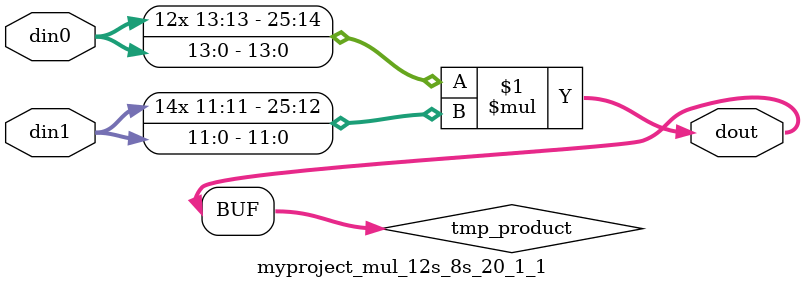
<source format=v>

`timescale 1 ns / 1 ps

 module myproject_mul_12s_8s_20_1_1(din0, din1, dout);
parameter ID = 1;
parameter NUM_STAGE = 0;
parameter din0_WIDTH = 14;
parameter din1_WIDTH = 12;
parameter dout_WIDTH = 26;

input [din0_WIDTH - 1 : 0] din0; 
input [din1_WIDTH - 1 : 0] din1; 
output [dout_WIDTH - 1 : 0] dout;

wire signed [dout_WIDTH - 1 : 0] tmp_product;



























assign tmp_product = $signed(din0) * $signed(din1);








assign dout = tmp_product;





















endmodule

</source>
